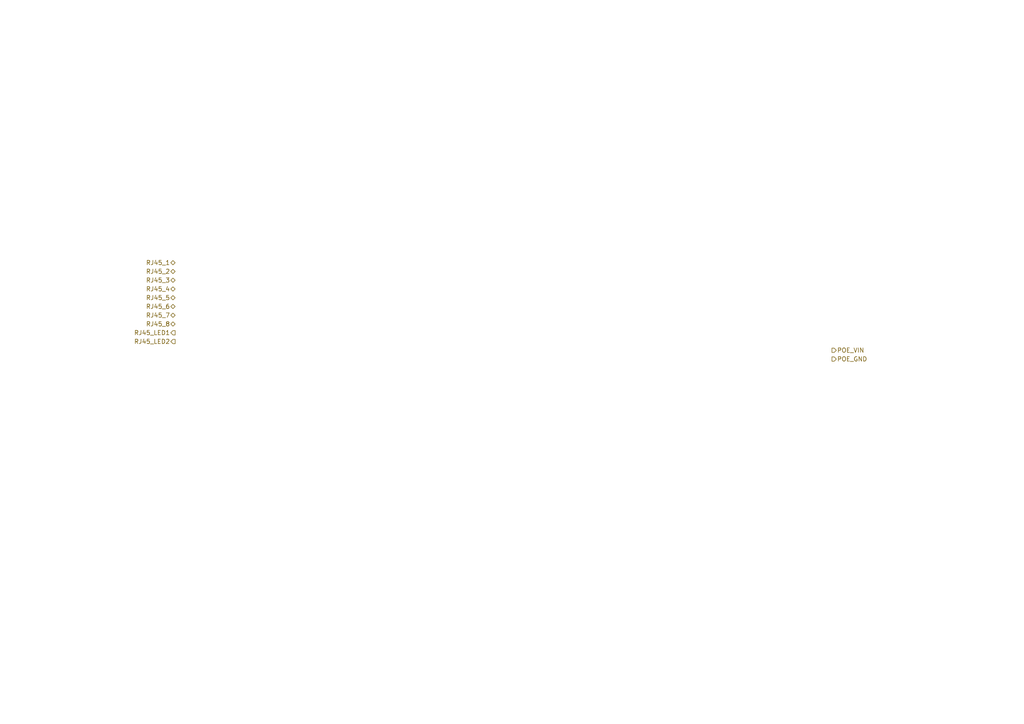
<source format=kicad_sch>
(kicad_sch
	(version 20231120)
	(generator "eeschema")
	(generator_version "8.0")
	(uuid "6035e8f9-9265-4827-a399-c86b4c4dba71")
	(paper "A4")
	(title_block
		(title "iot-contact")
	)
	(lib_symbols)
	(hierarchical_label "RJ45_7"
		(shape bidirectional)
		(at 50.8 91.44 180)
		(effects
			(font
				(size 1.27 1.27)
			)
			(justify right)
		)
		(uuid "24344bbc-b6f0-4c3f-aa44-ad58f3c24866")
	)
	(hierarchical_label "POE_VIN"
		(shape output)
		(at 241.3 101.6 0)
		(effects
			(font
				(size 1.27 1.27)
			)
			(justify left)
		)
		(uuid "3eadd107-3edd-4650-92cd-1e4dd71796be")
	)
	(hierarchical_label "RJ45_LED1"
		(shape output)
		(at 50.8 96.52 180)
		(effects
			(font
				(size 1.27 1.27)
			)
			(justify right)
		)
		(uuid "538ba01d-e48f-40ae-b7f6-8f1e631445d5")
	)
	(hierarchical_label "RJ45_2"
		(shape bidirectional)
		(at 50.8 78.74 180)
		(effects
			(font
				(size 1.27 1.27)
			)
			(justify right)
		)
		(uuid "6862cbd2-a704-482a-808a-e057f2f7232a")
	)
	(hierarchical_label "RJ45_3"
		(shape bidirectional)
		(at 50.8 81.28 180)
		(effects
			(font
				(size 1.27 1.27)
			)
			(justify right)
		)
		(uuid "810cd363-8fd6-4401-8d38-0b3f41d62f99")
	)
	(hierarchical_label "POE_GND"
		(shape output)
		(at 241.3 104.14 0)
		(effects
			(font
				(size 1.27 1.27)
			)
			(justify left)
		)
		(uuid "83abe2c7-3c32-42f1-badc-164448ffdeda")
	)
	(hierarchical_label "RJ45_1"
		(shape bidirectional)
		(at 50.8 76.2 180)
		(effects
			(font
				(size 1.27 1.27)
			)
			(justify right)
		)
		(uuid "844938d2-f82b-44a8-96ab-219cf3ea68ff")
	)
	(hierarchical_label "RJ45_5"
		(shape bidirectional)
		(at 50.8 86.36 180)
		(effects
			(font
				(size 1.27 1.27)
			)
			(justify right)
		)
		(uuid "9217d991-e2f7-4369-acc1-81b435782ac4")
	)
	(hierarchical_label "RJ45_4"
		(shape bidirectional)
		(at 50.8 83.82 180)
		(effects
			(font
				(size 1.27 1.27)
			)
			(justify right)
		)
		(uuid "a534ea0c-688b-4367-96c2-75bae174303d")
	)
	(hierarchical_label "RJ45_8"
		(shape bidirectional)
		(at 50.8 93.98 180)
		(effects
			(font
				(size 1.27 1.27)
			)
			(justify right)
		)
		(uuid "c5bd6cbc-0a40-4383-bdb8-66c43c369248")
	)
	(hierarchical_label "RJ45_6"
		(shape bidirectional)
		(at 50.8 88.9 180)
		(effects
			(font
				(size 1.27 1.27)
			)
			(justify right)
		)
		(uuid "fadfaae1-425d-4347-9798-f729361c2cb0")
	)
	(hierarchical_label "RJ45_LED2"
		(shape output)
		(at 50.8 99.06 180)
		(effects
			(font
				(size 1.27 1.27)
			)
			(justify right)
		)
		(uuid "fe4392a0-b5ff-4466-8f04-5b1917eec368")
	)
)

</source>
